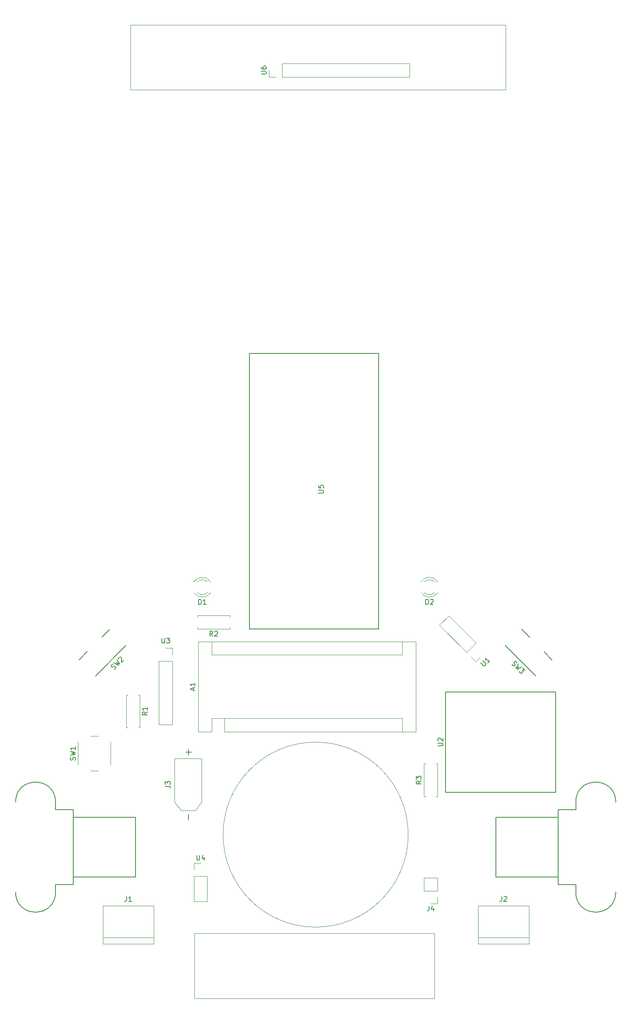
<source format=gbr>
G04 #@! TF.GenerationSoftware,KiCad,Pcbnew,(5.1.0)-1*
G04 #@! TF.CreationDate,2020-01-25T11:11:20-05:00*
G04 #@! TF.ProjectId,XLR8_V2,584c5238-5f56-4322-9e6b-696361645f70,rev?*
G04 #@! TF.SameCoordinates,Original*
G04 #@! TF.FileFunction,Legend,Top*
G04 #@! TF.FilePolarity,Positive*
%FSLAX46Y46*%
G04 Gerber Fmt 4.6, Leading zero omitted, Abs format (unit mm)*
G04 Created by KiCad (PCBNEW (5.1.0)-1) date 2020-01-25 11:11:20*
%MOMM*%
%LPD*%
G04 APERTURE LIST*
%ADD10C,0.120000*%
%ADD11C,0.200000*%
%ADD12C,0.150000*%
G04 APERTURE END LIST*
D10*
X125500000Y-201700000D02*
G75*
G03X125500000Y-201700000I-18500000J0D01*
G01*
X70000000Y-52700000D02*
X145000000Y-52700000D01*
X70000000Y-39700000D02*
X70000000Y-52700000D01*
X145000000Y-39700000D02*
X70000000Y-39700000D01*
X145000000Y-52700000D02*
X145000000Y-39700000D01*
X82750000Y-221450000D02*
X82750000Y-234450000D01*
X130750000Y-221450000D02*
X82750000Y-221450000D01*
X130750000Y-234450000D02*
X130750000Y-221450000D01*
X82750000Y-234450000D02*
X130750000Y-234450000D01*
D11*
X159000000Y-211700000D02*
X155500000Y-211700000D01*
X143000000Y-210200000D02*
X155500000Y-210200000D01*
X155500000Y-211700000D02*
X155500000Y-196700000D01*
X167000000Y-195200000D02*
G75*
G03X159000000Y-195200000I-4000000J0D01*
G01*
X159000000Y-213200000D02*
G75*
G03X167000000Y-213200000I4000000J0D01*
G01*
X143000000Y-198200000D02*
X143000000Y-210200000D01*
X155500000Y-198200000D02*
X143000000Y-198200000D01*
X159000000Y-196700000D02*
X159000000Y-195200000D01*
X155500000Y-196700000D02*
X159000000Y-196700000D01*
X159000000Y-213200000D02*
X159000000Y-211700000D01*
X55000000Y-195200000D02*
X55000000Y-196700000D01*
X71000000Y-198200000D02*
X58500000Y-198200000D01*
X55000000Y-195200000D02*
G75*
G03X47000000Y-195200000I-4000000J0D01*
G01*
X55000000Y-196700000D02*
X58500000Y-196700000D01*
X58500000Y-196700000D02*
X58500000Y-211700000D01*
X58500000Y-211700000D02*
X55000000Y-211700000D01*
X55000000Y-211700000D02*
X55000000Y-213200000D01*
X58500000Y-210200000D02*
X71000000Y-210200000D01*
X71000000Y-210200000D02*
X71000000Y-198200000D01*
X47000000Y-213200000D02*
G75*
G03X55000000Y-213200000I4000000J0D01*
G01*
X95600000Y-105400000D02*
X93800000Y-105400000D01*
X95600000Y-160600000D02*
X93800000Y-160600000D01*
X119600000Y-105400000D02*
X107600000Y-105400000D01*
X119600000Y-160600000D02*
X119600000Y-105400000D01*
X95500000Y-160600000D02*
X119600000Y-160600000D01*
X93800000Y-105400000D02*
X93800000Y-160600000D01*
X107600000Y-105400000D02*
X95600000Y-105400000D01*
D10*
X83560000Y-163060000D02*
X83560000Y-181100000D01*
X127000000Y-163060000D02*
X83560000Y-163060000D01*
X127000000Y-181100000D02*
X127000000Y-163060000D01*
X124330000Y-178430000D02*
X124330000Y-181100000D01*
X88770000Y-178430000D02*
X124330000Y-178430000D01*
X88770000Y-178430000D02*
X88770000Y-181100000D01*
X124330000Y-165730000D02*
X124330000Y-163060000D01*
X86230000Y-165730000D02*
X124330000Y-165730000D01*
X86230000Y-165730000D02*
X86230000Y-163060000D01*
X83560000Y-181100000D02*
X86230000Y-181100000D01*
X88770000Y-181100000D02*
X127000000Y-181100000D01*
X86230000Y-178430000D02*
X86230000Y-181100000D01*
X88770000Y-178430000D02*
X86230000Y-178430000D01*
X97670000Y-50130000D02*
X97670000Y-48800000D01*
X99000000Y-50130000D02*
X97670000Y-50130000D01*
X100270000Y-50130000D02*
X100270000Y-47470000D01*
X100270000Y-47470000D02*
X125730000Y-47470000D01*
X100270000Y-50130000D02*
X125730000Y-50130000D01*
X125730000Y-50130000D02*
X125730000Y-47470000D01*
X82670000Y-207370000D02*
X84000000Y-207370000D01*
X82670000Y-208700000D02*
X82670000Y-207370000D01*
X82670000Y-209970000D02*
X85330000Y-209970000D01*
X85330000Y-209970000D02*
X85330000Y-215110000D01*
X82670000Y-209970000D02*
X82670000Y-215110000D01*
X82670000Y-215110000D02*
X85330000Y-215110000D01*
X77000000Y-164370000D02*
X78330000Y-164370000D01*
X78330000Y-164370000D02*
X78330000Y-165700000D01*
X78330000Y-166970000D02*
X78330000Y-179730000D01*
X75670000Y-179730000D02*
X78330000Y-179730000D01*
X75670000Y-166970000D02*
X75670000Y-179730000D01*
X75670000Y-166970000D02*
X78330000Y-166970000D01*
D11*
X155000000Y-173200000D02*
X133000000Y-173200000D01*
X155000000Y-193200000D02*
X155000000Y-173200000D01*
X133000000Y-193200000D02*
X155000000Y-193200000D01*
X133000000Y-193200000D02*
X133000000Y-173200000D01*
D10*
X139940452Y-166140452D02*
X139000000Y-167080904D01*
X139000000Y-167080904D02*
X138059548Y-166140452D01*
X137161522Y-165242426D02*
X131730942Y-159811846D01*
X133611846Y-157930942D02*
X131730942Y-159811846D01*
X139042426Y-163361522D02*
X133611846Y-157930942D01*
X139042426Y-163361522D02*
X137161522Y-165242426D01*
D12*
X149797918Y-162245227D02*
X148171573Y-160618882D01*
X154252691Y-166700000D02*
X152697056Y-165144365D01*
X151000000Y-169952691D02*
X144918882Y-163871573D01*
X61373654Y-165073655D02*
X59747309Y-166700000D01*
X65828427Y-160618882D02*
X64272792Y-162174517D01*
X69081118Y-163871573D02*
X63000000Y-169952691D01*
D10*
X63500000Y-181950000D02*
X62000000Y-181950000D01*
X59500000Y-183200000D02*
X59500000Y-187700000D01*
X62000000Y-188950000D02*
X63500000Y-188950000D01*
X66000000Y-187700000D02*
X66000000Y-183200000D01*
X131370000Y-187520000D02*
X131040000Y-187520000D01*
X131370000Y-194060000D02*
X131370000Y-187520000D01*
X131040000Y-194060000D02*
X131370000Y-194060000D01*
X128630000Y-187520000D02*
X128960000Y-187520000D01*
X128630000Y-194060000D02*
X128630000Y-187520000D01*
X128960000Y-194060000D02*
X128630000Y-194060000D01*
X83320000Y-157830000D02*
X83320000Y-158160000D01*
X89860000Y-157830000D02*
X83320000Y-157830000D01*
X89860000Y-158160000D02*
X89860000Y-157830000D01*
X83320000Y-160570000D02*
X83320000Y-160240000D01*
X89860000Y-160570000D02*
X83320000Y-160570000D01*
X89860000Y-160240000D02*
X89860000Y-160570000D01*
X69130000Y-180280000D02*
X69460000Y-180280000D01*
X69130000Y-173740000D02*
X69130000Y-180280000D01*
X69460000Y-173740000D02*
X69130000Y-173740000D01*
X71870000Y-180280000D02*
X71540000Y-180280000D01*
X71870000Y-173740000D02*
X71870000Y-180280000D01*
X71540000Y-173740000D02*
X71870000Y-173740000D01*
X131330000Y-215530000D02*
X130000000Y-215530000D01*
X131330000Y-214200000D02*
X131330000Y-215530000D01*
X131330000Y-212930000D02*
X128670000Y-212930000D01*
X128670000Y-212930000D02*
X128670000Y-210330000D01*
X131330000Y-212930000D02*
X131330000Y-210330000D01*
X131330000Y-210330000D02*
X128670000Y-210330000D01*
X80090000Y-196910000D02*
X82910000Y-196910000D01*
X82910000Y-196910000D02*
X84210000Y-195210000D01*
X80090000Y-196910000D02*
X78790000Y-195210000D01*
X84210000Y-195210000D02*
X84210000Y-186490000D01*
X78790000Y-186490000D02*
X84210000Y-186490000D01*
X78790000Y-195210000D02*
X78790000Y-186490000D01*
X139460000Y-223510000D02*
X149620000Y-223510000D01*
X139460000Y-215890000D02*
X139460000Y-223510000D01*
X149620000Y-215890000D02*
X139460000Y-215890000D01*
X149620000Y-223510000D02*
X149620000Y-215890000D01*
X149620000Y-222240000D02*
X139460000Y-222240000D01*
X64460000Y-223510000D02*
X74620000Y-223510000D01*
X64460000Y-215890000D02*
X64460000Y-223510000D01*
X74620000Y-215890000D02*
X64460000Y-215890000D01*
X74620000Y-223510000D02*
X74620000Y-215890000D01*
X74620000Y-222240000D02*
X64460000Y-222240000D01*
X131290000Y-151120000D02*
X131290000Y-150964000D01*
X131290000Y-153436000D02*
X131290000Y-153280000D01*
X128688870Y-151120163D02*
G75*
G02X130770961Y-151120000I1041130J-1079837D01*
G01*
X128688870Y-153279837D02*
G75*
G03X130770961Y-153280000I1041130J1079837D01*
G01*
X128057665Y-151121392D02*
G75*
G02X131290000Y-150964484I1672335J-1078608D01*
G01*
X128057665Y-153278608D02*
G75*
G03X131290000Y-153435516I1672335J1078608D01*
G01*
X85890000Y-151120000D02*
X85890000Y-150964000D01*
X85890000Y-153436000D02*
X85890000Y-153280000D01*
X83288870Y-151120163D02*
G75*
G02X85370961Y-151120000I1041130J-1079837D01*
G01*
X83288870Y-153279837D02*
G75*
G03X85370961Y-153280000I1041130J1079837D01*
G01*
X82657665Y-151121392D02*
G75*
G02X85890000Y-150964484I1672335J-1078608D01*
G01*
X82657665Y-153278608D02*
G75*
G03X85890000Y-153435516I1672335J1078608D01*
G01*
D12*
X107552380Y-133361904D02*
X108361904Y-133361904D01*
X108457142Y-133314285D01*
X108504761Y-133266666D01*
X108552380Y-133171428D01*
X108552380Y-132980952D01*
X108504761Y-132885714D01*
X108457142Y-132838095D01*
X108361904Y-132790476D01*
X107552380Y-132790476D01*
X107552380Y-131838095D02*
X107552380Y-132314285D01*
X108028571Y-132361904D01*
X107980952Y-132314285D01*
X107933333Y-132219047D01*
X107933333Y-131980952D01*
X107980952Y-131885714D01*
X108028571Y-131838095D01*
X108123809Y-131790476D01*
X108361904Y-131790476D01*
X108457142Y-131838095D01*
X108504761Y-131885714D01*
X108552380Y-131980952D01*
X108552380Y-132219047D01*
X108504761Y-132314285D01*
X108457142Y-132361904D01*
X82586666Y-172794285D02*
X82586666Y-172318095D01*
X82872380Y-172889523D02*
X81872380Y-172556190D01*
X82872380Y-172222857D01*
X82872380Y-171365714D02*
X82872380Y-171937142D01*
X82872380Y-171651428D02*
X81872380Y-171651428D01*
X82015238Y-171746666D01*
X82110476Y-171841904D01*
X82158095Y-171937142D01*
X96122380Y-49561904D02*
X96931904Y-49561904D01*
X97027142Y-49514285D01*
X97074761Y-49466666D01*
X97122380Y-49371428D01*
X97122380Y-49180952D01*
X97074761Y-49085714D01*
X97027142Y-49038095D01*
X96931904Y-48990476D01*
X96122380Y-48990476D01*
X96122380Y-48085714D02*
X96122380Y-48276190D01*
X96170000Y-48371428D01*
X96217619Y-48419047D01*
X96360476Y-48514285D01*
X96550952Y-48561904D01*
X96931904Y-48561904D01*
X97027142Y-48514285D01*
X97074761Y-48466666D01*
X97122380Y-48371428D01*
X97122380Y-48180952D01*
X97074761Y-48085714D01*
X97027142Y-48038095D01*
X96931904Y-47990476D01*
X96693809Y-47990476D01*
X96598571Y-48038095D01*
X96550952Y-48085714D01*
X96503333Y-48180952D01*
X96503333Y-48371428D01*
X96550952Y-48466666D01*
X96598571Y-48514285D01*
X96693809Y-48561904D01*
X83238095Y-205822380D02*
X83238095Y-206631904D01*
X83285714Y-206727142D01*
X83333333Y-206774761D01*
X83428571Y-206822380D01*
X83619047Y-206822380D01*
X83714285Y-206774761D01*
X83761904Y-206727142D01*
X83809523Y-206631904D01*
X83809523Y-205822380D01*
X84714285Y-206155714D02*
X84714285Y-206822380D01*
X84476190Y-205774761D02*
X84238095Y-206489047D01*
X84857142Y-206489047D01*
X76238095Y-162382380D02*
X76238095Y-163191904D01*
X76285714Y-163287142D01*
X76333333Y-163334761D01*
X76428571Y-163382380D01*
X76619047Y-163382380D01*
X76714285Y-163334761D01*
X76761904Y-163287142D01*
X76809523Y-163191904D01*
X76809523Y-162382380D01*
X77190476Y-162382380D02*
X77809523Y-162382380D01*
X77476190Y-162763333D01*
X77619047Y-162763333D01*
X77714285Y-162810952D01*
X77761904Y-162858571D01*
X77809523Y-162953809D01*
X77809523Y-163191904D01*
X77761904Y-163287142D01*
X77714285Y-163334761D01*
X77619047Y-163382380D01*
X77333333Y-163382380D01*
X77238095Y-163334761D01*
X77190476Y-163287142D01*
X131452380Y-183961904D02*
X132261904Y-183961904D01*
X132357142Y-183914285D01*
X132404761Y-183866666D01*
X132452380Y-183771428D01*
X132452380Y-183580952D01*
X132404761Y-183485714D01*
X132357142Y-183438095D01*
X132261904Y-183390476D01*
X131452380Y-183390476D01*
X131547619Y-182961904D02*
X131500000Y-182914285D01*
X131452380Y-182819047D01*
X131452380Y-182580952D01*
X131500000Y-182485714D01*
X131547619Y-182438095D01*
X131642857Y-182390476D01*
X131738095Y-182390476D01*
X131880952Y-182438095D01*
X132452380Y-183009523D01*
X132452380Y-182390476D01*
X140032712Y-167310208D02*
X140605132Y-167882628D01*
X140706147Y-167916300D01*
X140773491Y-167916300D01*
X140874506Y-167882628D01*
X141009193Y-167747941D01*
X141042865Y-167646926D01*
X141042865Y-167579582D01*
X141009193Y-167478567D01*
X140436773Y-166906147D01*
X141850987Y-166906147D02*
X141446926Y-167310208D01*
X141648956Y-167108178D02*
X140941850Y-166401071D01*
X140975521Y-166569430D01*
X140975521Y-166704117D01*
X140941850Y-166805132D01*
X146235447Y-167599035D02*
X146302790Y-167733722D01*
X146471149Y-167902081D01*
X146572164Y-167935753D01*
X146639508Y-167935753D01*
X146740523Y-167902081D01*
X146807866Y-167834738D01*
X146841538Y-167733722D01*
X146841538Y-167666379D01*
X146807866Y-167565364D01*
X146706851Y-167397005D01*
X146673179Y-167295990D01*
X146673179Y-167228646D01*
X146706851Y-167127631D01*
X146774195Y-167060287D01*
X146875210Y-167026616D01*
X146942553Y-167026616D01*
X147043569Y-167060287D01*
X147211927Y-167228646D01*
X147279271Y-167363333D01*
X147548645Y-167565364D02*
X147009897Y-168440829D01*
X147649660Y-168070440D01*
X147279271Y-168710203D01*
X148154736Y-168171455D01*
X148356767Y-168373486D02*
X148794500Y-168811218D01*
X148289423Y-168844890D01*
X148390439Y-168945905D01*
X148424110Y-169046921D01*
X148424110Y-169114264D01*
X148390439Y-169215279D01*
X148222080Y-169383638D01*
X148121065Y-169417310D01*
X148053721Y-169417310D01*
X147952706Y-169383638D01*
X147750675Y-169181608D01*
X147717004Y-169080592D01*
X147717004Y-169013249D01*
X66727462Y-168636125D02*
X66862149Y-168568782D01*
X67030508Y-168400423D01*
X67064180Y-168299408D01*
X67064180Y-168232064D01*
X67030508Y-168131049D01*
X66963165Y-168063706D01*
X66862149Y-168030034D01*
X66794806Y-168030034D01*
X66693791Y-168063706D01*
X66525432Y-168164721D01*
X66424417Y-168198393D01*
X66357073Y-168198393D01*
X66256058Y-168164721D01*
X66188714Y-168097377D01*
X66155043Y-167996362D01*
X66155043Y-167929019D01*
X66188714Y-167828003D01*
X66357073Y-167659645D01*
X66491760Y-167592301D01*
X66693791Y-167322927D02*
X67569256Y-167861675D01*
X67198867Y-167221912D01*
X67838630Y-167592301D01*
X67299882Y-166716836D01*
X67602928Y-166548477D02*
X67602928Y-166481133D01*
X67636600Y-166380118D01*
X67804958Y-166211759D01*
X67905974Y-166178088D01*
X67973317Y-166178088D01*
X68074332Y-166211759D01*
X68141676Y-166279103D01*
X68209019Y-166413790D01*
X68209019Y-167221912D01*
X68646752Y-166784179D01*
X58904761Y-186783333D02*
X58952380Y-186640476D01*
X58952380Y-186402380D01*
X58904761Y-186307142D01*
X58857142Y-186259523D01*
X58761904Y-186211904D01*
X58666666Y-186211904D01*
X58571428Y-186259523D01*
X58523809Y-186307142D01*
X58476190Y-186402380D01*
X58428571Y-186592857D01*
X58380952Y-186688095D01*
X58333333Y-186735714D01*
X58238095Y-186783333D01*
X58142857Y-186783333D01*
X58047619Y-186735714D01*
X58000000Y-186688095D01*
X57952380Y-186592857D01*
X57952380Y-186354761D01*
X58000000Y-186211904D01*
X57952380Y-185878571D02*
X58952380Y-185640476D01*
X58238095Y-185450000D01*
X58952380Y-185259523D01*
X57952380Y-185021428D01*
X58952380Y-184116666D02*
X58952380Y-184688095D01*
X58952380Y-184402380D02*
X57952380Y-184402380D01*
X58095238Y-184497619D01*
X58190476Y-184592857D01*
X58238095Y-184688095D01*
X128082380Y-190956666D02*
X127606190Y-191290000D01*
X128082380Y-191528095D02*
X127082380Y-191528095D01*
X127082380Y-191147142D01*
X127130000Y-191051904D01*
X127177619Y-191004285D01*
X127272857Y-190956666D01*
X127415714Y-190956666D01*
X127510952Y-191004285D01*
X127558571Y-191051904D01*
X127606190Y-191147142D01*
X127606190Y-191528095D01*
X127082380Y-190623333D02*
X127082380Y-190004285D01*
X127463333Y-190337619D01*
X127463333Y-190194761D01*
X127510952Y-190099523D01*
X127558571Y-190051904D01*
X127653809Y-190004285D01*
X127891904Y-190004285D01*
X127987142Y-190051904D01*
X128034761Y-190099523D01*
X128082380Y-190194761D01*
X128082380Y-190480476D01*
X128034761Y-190575714D01*
X127987142Y-190623333D01*
X86423333Y-162022380D02*
X86090000Y-161546190D01*
X85851904Y-162022380D02*
X85851904Y-161022380D01*
X86232857Y-161022380D01*
X86328095Y-161070000D01*
X86375714Y-161117619D01*
X86423333Y-161212857D01*
X86423333Y-161355714D01*
X86375714Y-161450952D01*
X86328095Y-161498571D01*
X86232857Y-161546190D01*
X85851904Y-161546190D01*
X86804285Y-161117619D02*
X86851904Y-161070000D01*
X86947142Y-161022380D01*
X87185238Y-161022380D01*
X87280476Y-161070000D01*
X87328095Y-161117619D01*
X87375714Y-161212857D01*
X87375714Y-161308095D01*
X87328095Y-161450952D01*
X86756666Y-162022380D01*
X87375714Y-162022380D01*
X73322380Y-177176666D02*
X72846190Y-177510000D01*
X73322380Y-177748095D02*
X72322380Y-177748095D01*
X72322380Y-177367142D01*
X72370000Y-177271904D01*
X72417619Y-177224285D01*
X72512857Y-177176666D01*
X72655714Y-177176666D01*
X72750952Y-177224285D01*
X72798571Y-177271904D01*
X72846190Y-177367142D01*
X72846190Y-177748095D01*
X73322380Y-176224285D02*
X73322380Y-176795714D01*
X73322380Y-176510000D02*
X72322380Y-176510000D01*
X72465238Y-176605238D01*
X72560476Y-176700476D01*
X72608095Y-176795714D01*
X129666666Y-215982380D02*
X129666666Y-216696666D01*
X129619047Y-216839523D01*
X129523809Y-216934761D01*
X129380952Y-216982380D01*
X129285714Y-216982380D01*
X130571428Y-216315714D02*
X130571428Y-216982380D01*
X130333333Y-215934761D02*
X130095238Y-216649047D01*
X130714285Y-216649047D01*
X76952380Y-192033333D02*
X77666666Y-192033333D01*
X77809523Y-192080952D01*
X77904761Y-192176190D01*
X77952380Y-192319047D01*
X77952380Y-192414285D01*
X76952380Y-191652380D02*
X76952380Y-191033333D01*
X77333333Y-191366666D01*
X77333333Y-191223809D01*
X77380952Y-191128571D01*
X77428571Y-191080952D01*
X77523809Y-191033333D01*
X77761904Y-191033333D01*
X77857142Y-191080952D01*
X77904761Y-191128571D01*
X77952380Y-191223809D01*
X77952380Y-191509523D01*
X77904761Y-191604761D01*
X77857142Y-191652380D01*
X81607142Y-198771428D02*
X81607142Y-197628571D01*
X81607142Y-185771428D02*
X81607142Y-184628571D01*
X82178571Y-185200000D02*
X81035714Y-185200000D01*
X144206666Y-214072380D02*
X144206666Y-214786666D01*
X144159047Y-214929523D01*
X144063809Y-215024761D01*
X143920952Y-215072380D01*
X143825714Y-215072380D01*
X144635238Y-214167619D02*
X144682857Y-214120000D01*
X144778095Y-214072380D01*
X145016190Y-214072380D01*
X145111428Y-214120000D01*
X145159047Y-214167619D01*
X145206666Y-214262857D01*
X145206666Y-214358095D01*
X145159047Y-214500952D01*
X144587619Y-215072380D01*
X145206666Y-215072380D01*
X69206666Y-214072380D02*
X69206666Y-214786666D01*
X69159047Y-214929523D01*
X69063809Y-215024761D01*
X68920952Y-215072380D01*
X68825714Y-215072380D01*
X70206666Y-215072380D02*
X69635238Y-215072380D01*
X69920952Y-215072380D02*
X69920952Y-214072380D01*
X69825714Y-214215238D01*
X69730476Y-214310476D01*
X69635238Y-214358095D01*
X128991904Y-155612380D02*
X128991904Y-154612380D01*
X129230000Y-154612380D01*
X129372857Y-154660000D01*
X129468095Y-154755238D01*
X129515714Y-154850476D01*
X129563333Y-155040952D01*
X129563333Y-155183809D01*
X129515714Y-155374285D01*
X129468095Y-155469523D01*
X129372857Y-155564761D01*
X129230000Y-155612380D01*
X128991904Y-155612380D01*
X129944285Y-154707619D02*
X129991904Y-154660000D01*
X130087142Y-154612380D01*
X130325238Y-154612380D01*
X130420476Y-154660000D01*
X130468095Y-154707619D01*
X130515714Y-154802857D01*
X130515714Y-154898095D01*
X130468095Y-155040952D01*
X129896666Y-155612380D01*
X130515714Y-155612380D01*
X83591904Y-155612380D02*
X83591904Y-154612380D01*
X83830000Y-154612380D01*
X83972857Y-154660000D01*
X84068095Y-154755238D01*
X84115714Y-154850476D01*
X84163333Y-155040952D01*
X84163333Y-155183809D01*
X84115714Y-155374285D01*
X84068095Y-155469523D01*
X83972857Y-155564761D01*
X83830000Y-155612380D01*
X83591904Y-155612380D01*
X85115714Y-155612380D02*
X84544285Y-155612380D01*
X84830000Y-155612380D02*
X84830000Y-154612380D01*
X84734761Y-154755238D01*
X84639523Y-154850476D01*
X84544285Y-154898095D01*
M02*

</source>
